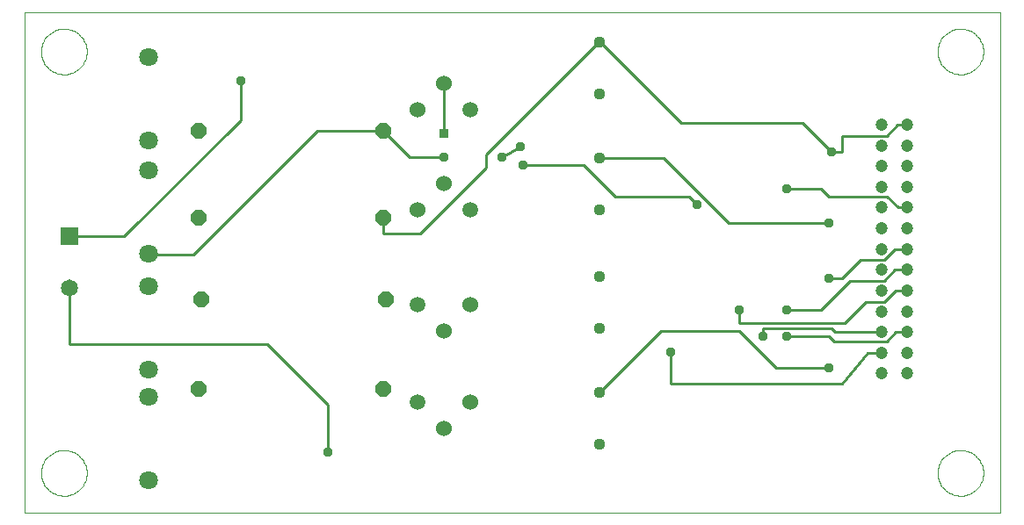
<source format=gbl>
G75*
G70*
%OFA0B0*%
%FSLAX24Y24*%
%IPPOS*%
%LPD*%
%AMOC8*
5,1,8,0,0,1.08239X$1,22.5*
%
%ADD10C,0.0000*%
%ADD11C,0.0709*%
%ADD12OC8,0.0600*%
%ADD13C,0.0443*%
%ADD14C,0.0472*%
%ADD15C,0.0591*%
%ADD16C,0.0600*%
%ADD17R,0.0650X0.0650*%
%ADD18C,0.0650*%
%ADD19C,0.0100*%
%ADD20C,0.0376*%
%ADD21R,0.0376X0.0376*%
D10*
X047008Y000668D02*
X047008Y019668D01*
X084008Y019668D01*
X084000Y000668D01*
X047008Y000668D01*
X047642Y002168D02*
X047644Y002226D01*
X047650Y002285D01*
X047660Y002342D01*
X047673Y002399D01*
X047691Y002455D01*
X047712Y002510D01*
X047737Y002562D01*
X047765Y002614D01*
X047797Y002663D01*
X047832Y002710D01*
X047870Y002754D01*
X047911Y002796D01*
X047955Y002835D01*
X048001Y002870D01*
X048050Y002903D01*
X048101Y002932D01*
X048153Y002958D01*
X048207Y002980D01*
X048263Y002999D01*
X048319Y003013D01*
X048377Y003024D01*
X048435Y003031D01*
X048493Y003034D01*
X048552Y003033D01*
X048610Y003028D01*
X048668Y003019D01*
X048725Y003006D01*
X048781Y002990D01*
X048836Y002969D01*
X048889Y002945D01*
X048941Y002918D01*
X048991Y002887D01*
X049038Y002853D01*
X049083Y002815D01*
X049126Y002775D01*
X049165Y002732D01*
X049202Y002686D01*
X049235Y002638D01*
X049265Y002588D01*
X049292Y002536D01*
X049315Y002482D01*
X049334Y002427D01*
X049350Y002371D01*
X049362Y002314D01*
X049370Y002256D01*
X049374Y002197D01*
X049374Y002139D01*
X049370Y002080D01*
X049362Y002022D01*
X049350Y001965D01*
X049334Y001909D01*
X049315Y001854D01*
X049292Y001800D01*
X049265Y001748D01*
X049235Y001698D01*
X049202Y001650D01*
X049165Y001604D01*
X049126Y001561D01*
X049083Y001521D01*
X049038Y001483D01*
X048991Y001449D01*
X048941Y001418D01*
X048889Y001391D01*
X048836Y001367D01*
X048781Y001346D01*
X048725Y001330D01*
X048668Y001317D01*
X048610Y001308D01*
X048552Y001303D01*
X048493Y001302D01*
X048435Y001305D01*
X048377Y001312D01*
X048319Y001323D01*
X048263Y001337D01*
X048207Y001356D01*
X048153Y001378D01*
X048101Y001404D01*
X048050Y001433D01*
X048001Y001466D01*
X047955Y001501D01*
X047911Y001540D01*
X047870Y001582D01*
X047832Y001626D01*
X047797Y001673D01*
X047765Y001722D01*
X047737Y001774D01*
X047712Y001826D01*
X047691Y001881D01*
X047673Y001937D01*
X047660Y001994D01*
X047650Y002051D01*
X047644Y002110D01*
X047642Y002168D01*
X081642Y002168D02*
X081644Y002226D01*
X081650Y002285D01*
X081660Y002342D01*
X081673Y002399D01*
X081691Y002455D01*
X081712Y002510D01*
X081737Y002562D01*
X081765Y002614D01*
X081797Y002663D01*
X081832Y002710D01*
X081870Y002754D01*
X081911Y002796D01*
X081955Y002835D01*
X082001Y002870D01*
X082050Y002903D01*
X082101Y002932D01*
X082153Y002958D01*
X082207Y002980D01*
X082263Y002999D01*
X082319Y003013D01*
X082377Y003024D01*
X082435Y003031D01*
X082493Y003034D01*
X082552Y003033D01*
X082610Y003028D01*
X082668Y003019D01*
X082725Y003006D01*
X082781Y002990D01*
X082836Y002969D01*
X082889Y002945D01*
X082941Y002918D01*
X082991Y002887D01*
X083038Y002853D01*
X083083Y002815D01*
X083126Y002775D01*
X083165Y002732D01*
X083202Y002686D01*
X083235Y002638D01*
X083265Y002588D01*
X083292Y002536D01*
X083315Y002482D01*
X083334Y002427D01*
X083350Y002371D01*
X083362Y002314D01*
X083370Y002256D01*
X083374Y002197D01*
X083374Y002139D01*
X083370Y002080D01*
X083362Y002022D01*
X083350Y001965D01*
X083334Y001909D01*
X083315Y001854D01*
X083292Y001800D01*
X083265Y001748D01*
X083235Y001698D01*
X083202Y001650D01*
X083165Y001604D01*
X083126Y001561D01*
X083083Y001521D01*
X083038Y001483D01*
X082991Y001449D01*
X082941Y001418D01*
X082889Y001391D01*
X082836Y001367D01*
X082781Y001346D01*
X082725Y001330D01*
X082668Y001317D01*
X082610Y001308D01*
X082552Y001303D01*
X082493Y001302D01*
X082435Y001305D01*
X082377Y001312D01*
X082319Y001323D01*
X082263Y001337D01*
X082207Y001356D01*
X082153Y001378D01*
X082101Y001404D01*
X082050Y001433D01*
X082001Y001466D01*
X081955Y001501D01*
X081911Y001540D01*
X081870Y001582D01*
X081832Y001626D01*
X081797Y001673D01*
X081765Y001722D01*
X081737Y001774D01*
X081712Y001826D01*
X081691Y001881D01*
X081673Y001937D01*
X081660Y001994D01*
X081650Y002051D01*
X081644Y002110D01*
X081642Y002168D01*
X081642Y018168D02*
X081644Y018226D01*
X081650Y018285D01*
X081660Y018342D01*
X081673Y018399D01*
X081691Y018455D01*
X081712Y018510D01*
X081737Y018562D01*
X081765Y018614D01*
X081797Y018663D01*
X081832Y018710D01*
X081870Y018754D01*
X081911Y018796D01*
X081955Y018835D01*
X082001Y018870D01*
X082050Y018903D01*
X082101Y018932D01*
X082153Y018958D01*
X082207Y018980D01*
X082263Y018999D01*
X082319Y019013D01*
X082377Y019024D01*
X082435Y019031D01*
X082493Y019034D01*
X082552Y019033D01*
X082610Y019028D01*
X082668Y019019D01*
X082725Y019006D01*
X082781Y018990D01*
X082836Y018969D01*
X082889Y018945D01*
X082941Y018918D01*
X082991Y018887D01*
X083038Y018853D01*
X083083Y018815D01*
X083126Y018775D01*
X083165Y018732D01*
X083202Y018686D01*
X083235Y018638D01*
X083265Y018588D01*
X083292Y018536D01*
X083315Y018482D01*
X083334Y018427D01*
X083350Y018371D01*
X083362Y018314D01*
X083370Y018256D01*
X083374Y018197D01*
X083374Y018139D01*
X083370Y018080D01*
X083362Y018022D01*
X083350Y017965D01*
X083334Y017909D01*
X083315Y017854D01*
X083292Y017800D01*
X083265Y017748D01*
X083235Y017698D01*
X083202Y017650D01*
X083165Y017604D01*
X083126Y017561D01*
X083083Y017521D01*
X083038Y017483D01*
X082991Y017449D01*
X082941Y017418D01*
X082889Y017391D01*
X082836Y017367D01*
X082781Y017346D01*
X082725Y017330D01*
X082668Y017317D01*
X082610Y017308D01*
X082552Y017303D01*
X082493Y017302D01*
X082435Y017305D01*
X082377Y017312D01*
X082319Y017323D01*
X082263Y017337D01*
X082207Y017356D01*
X082153Y017378D01*
X082101Y017404D01*
X082050Y017433D01*
X082001Y017466D01*
X081955Y017501D01*
X081911Y017540D01*
X081870Y017582D01*
X081832Y017626D01*
X081797Y017673D01*
X081765Y017722D01*
X081737Y017774D01*
X081712Y017826D01*
X081691Y017881D01*
X081673Y017937D01*
X081660Y017994D01*
X081650Y018051D01*
X081644Y018110D01*
X081642Y018168D01*
X047642Y018168D02*
X047644Y018226D01*
X047650Y018285D01*
X047660Y018342D01*
X047673Y018399D01*
X047691Y018455D01*
X047712Y018510D01*
X047737Y018562D01*
X047765Y018614D01*
X047797Y018663D01*
X047832Y018710D01*
X047870Y018754D01*
X047911Y018796D01*
X047955Y018835D01*
X048001Y018870D01*
X048050Y018903D01*
X048101Y018932D01*
X048153Y018958D01*
X048207Y018980D01*
X048263Y018999D01*
X048319Y019013D01*
X048377Y019024D01*
X048435Y019031D01*
X048493Y019034D01*
X048552Y019033D01*
X048610Y019028D01*
X048668Y019019D01*
X048725Y019006D01*
X048781Y018990D01*
X048836Y018969D01*
X048889Y018945D01*
X048941Y018918D01*
X048991Y018887D01*
X049038Y018853D01*
X049083Y018815D01*
X049126Y018775D01*
X049165Y018732D01*
X049202Y018686D01*
X049235Y018638D01*
X049265Y018588D01*
X049292Y018536D01*
X049315Y018482D01*
X049334Y018427D01*
X049350Y018371D01*
X049362Y018314D01*
X049370Y018256D01*
X049374Y018197D01*
X049374Y018139D01*
X049370Y018080D01*
X049362Y018022D01*
X049350Y017965D01*
X049334Y017909D01*
X049315Y017854D01*
X049292Y017800D01*
X049265Y017748D01*
X049235Y017698D01*
X049202Y017650D01*
X049165Y017604D01*
X049126Y017561D01*
X049083Y017521D01*
X049038Y017483D01*
X048991Y017449D01*
X048941Y017418D01*
X048889Y017391D01*
X048836Y017367D01*
X048781Y017346D01*
X048725Y017330D01*
X048668Y017317D01*
X048610Y017308D01*
X048552Y017303D01*
X048493Y017302D01*
X048435Y017305D01*
X048377Y017312D01*
X048319Y017323D01*
X048263Y017337D01*
X048207Y017356D01*
X048153Y017378D01*
X048101Y017404D01*
X048050Y017433D01*
X048001Y017466D01*
X047955Y017501D01*
X047911Y017540D01*
X047870Y017582D01*
X047832Y017626D01*
X047797Y017673D01*
X047765Y017722D01*
X047737Y017774D01*
X047712Y017826D01*
X047691Y017881D01*
X047673Y017937D01*
X047660Y017994D01*
X047650Y018051D01*
X047644Y018110D01*
X047642Y018168D01*
D11*
X051708Y017943D03*
X051708Y014794D03*
X051708Y013643D03*
X051708Y010494D03*
X051708Y009243D03*
X051708Y006094D03*
X051708Y005043D03*
X051708Y001894D03*
D12*
X053608Y005368D03*
X060608Y005368D03*
X060708Y008768D03*
X053708Y008768D03*
X053608Y011868D03*
X060608Y011868D03*
X060608Y015168D03*
X053608Y015168D03*
D13*
X068808Y014137D03*
X068808Y012168D03*
X068808Y009637D03*
X068808Y007668D03*
X068808Y005237D03*
X068808Y003268D03*
X068808Y016568D03*
X068808Y018537D03*
D14*
X079508Y015393D03*
X080492Y015393D03*
X080492Y014605D03*
X079508Y014605D03*
X079508Y013818D03*
X080492Y013818D03*
X080492Y013031D03*
X079508Y013031D03*
X079508Y012243D03*
X080492Y012243D03*
X080492Y011456D03*
X079508Y011456D03*
X079508Y010668D03*
X080492Y010668D03*
X080492Y009881D03*
X079508Y009881D03*
X079508Y009094D03*
X080492Y009094D03*
X080492Y008306D03*
X079508Y008306D03*
X079508Y007519D03*
X080492Y007519D03*
X080492Y006731D03*
X079508Y006731D03*
X079508Y005944D03*
X080492Y005944D03*
D15*
X061908Y004868D03*
X061908Y008568D03*
X063908Y012168D03*
X063908Y015968D03*
D16*
X061908Y015968D03*
X062908Y016968D03*
X062908Y013168D03*
X061908Y012168D03*
X063908Y008568D03*
X062908Y007568D03*
X063908Y004868D03*
X062908Y003868D03*
D17*
X048708Y011153D03*
D18*
X048708Y009184D03*
D19*
X048708Y007068D01*
X056208Y007068D01*
X058508Y004768D01*
X058508Y002968D01*
X068808Y005237D02*
X071139Y007568D01*
X074108Y007568D01*
X075508Y006168D01*
X077508Y006168D01*
X078008Y005568D02*
X071508Y005568D01*
X071508Y006768D01*
X075008Y007368D02*
X075008Y007668D01*
X077608Y007668D01*
X077757Y007519D01*
X079508Y007519D01*
X079708Y007168D02*
X080058Y007519D01*
X080492Y007519D01*
X079708Y007168D02*
X077708Y007168D01*
X077508Y007368D01*
X075908Y007368D01*
X074108Y007868D02*
X074108Y008368D01*
X075908Y008368D02*
X077208Y008368D01*
X078308Y009468D01*
X079608Y009468D01*
X080020Y009881D01*
X080492Y009881D01*
X080008Y010668D02*
X079608Y010268D01*
X078708Y010268D01*
X078008Y009568D01*
X077508Y009568D01*
X079608Y008668D02*
X080033Y009094D01*
X080492Y009094D01*
X079608Y008668D02*
X078908Y008668D01*
X078108Y007868D01*
X074108Y007868D01*
X078008Y005568D02*
X078971Y006731D01*
X079508Y006731D01*
X080008Y010668D02*
X080492Y010668D01*
X077508Y011668D02*
X073708Y011668D01*
X071239Y014137D01*
X068808Y014137D01*
X068208Y013868D02*
X069408Y012668D01*
X072208Y012668D01*
X072508Y012368D01*
X075908Y012968D02*
X077208Y012968D01*
X077508Y012668D01*
X079708Y012668D01*
X080133Y012243D01*
X080492Y012243D01*
X078008Y014368D02*
X077608Y014368D01*
X076508Y015468D01*
X071908Y015468D01*
X068839Y018537D01*
X068808Y018537D01*
X068776Y018537D01*
X064508Y014268D01*
X064508Y013768D01*
X062008Y011268D01*
X060608Y011268D01*
X060608Y011868D01*
X058108Y015168D02*
X053408Y010468D01*
X051733Y010468D01*
X051708Y010494D01*
X050792Y011153D02*
X055208Y015568D01*
X055208Y017068D01*
X062908Y016968D02*
X062908Y015068D01*
X061608Y014168D02*
X060608Y015168D01*
X058108Y015168D01*
X061608Y014168D02*
X062908Y014168D01*
X065108Y014168D02*
X065808Y014568D01*
X065908Y013868D02*
X068208Y013868D01*
X078008Y014368D02*
X078008Y014968D01*
X079708Y014968D01*
X080132Y015393D01*
X080492Y015393D01*
X050792Y011153D02*
X048708Y011153D01*
D20*
X062908Y014168D03*
X065108Y014168D03*
X065908Y013868D03*
X065808Y014568D03*
X072508Y012368D03*
X075908Y012968D03*
X077508Y011668D03*
X077508Y009568D03*
X075908Y008368D03*
X075908Y008368D03*
X074108Y008368D03*
X074108Y008368D03*
X075008Y007368D03*
X075008Y007368D03*
X075908Y007368D03*
X071508Y006768D03*
X077508Y006168D03*
X058508Y002968D03*
X077608Y014368D03*
X055208Y017068D03*
D21*
X062908Y015068D03*
M02*

</source>
